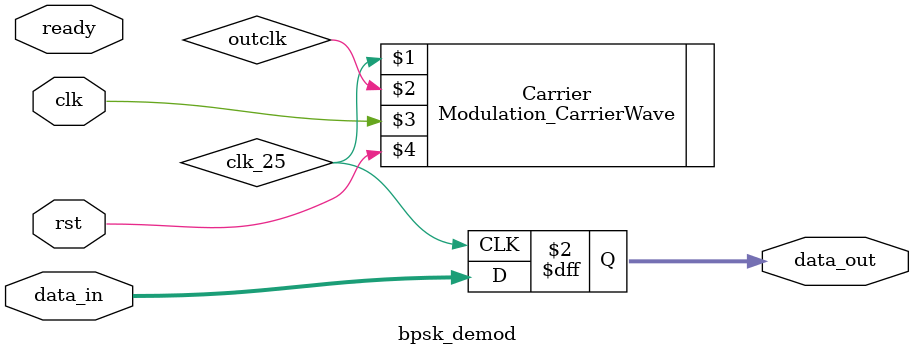
<source format=v>
module bpsk_demod( rst, clk, data_in, ready, data_out);
  
  input ready, rst, clk;
  input [17:0] data_in;
  output reg [17:0] data_out;
  //output clk_25, outclk;
  wire clk_25, outclk;
  
  Modulation_CarrierWave Carrier(clk_25, outclk, clk, rst); 
  
  always @(posedge clk_25) begin
        data_out <= data_in ;
  end
 
  endmodule 
</source>
